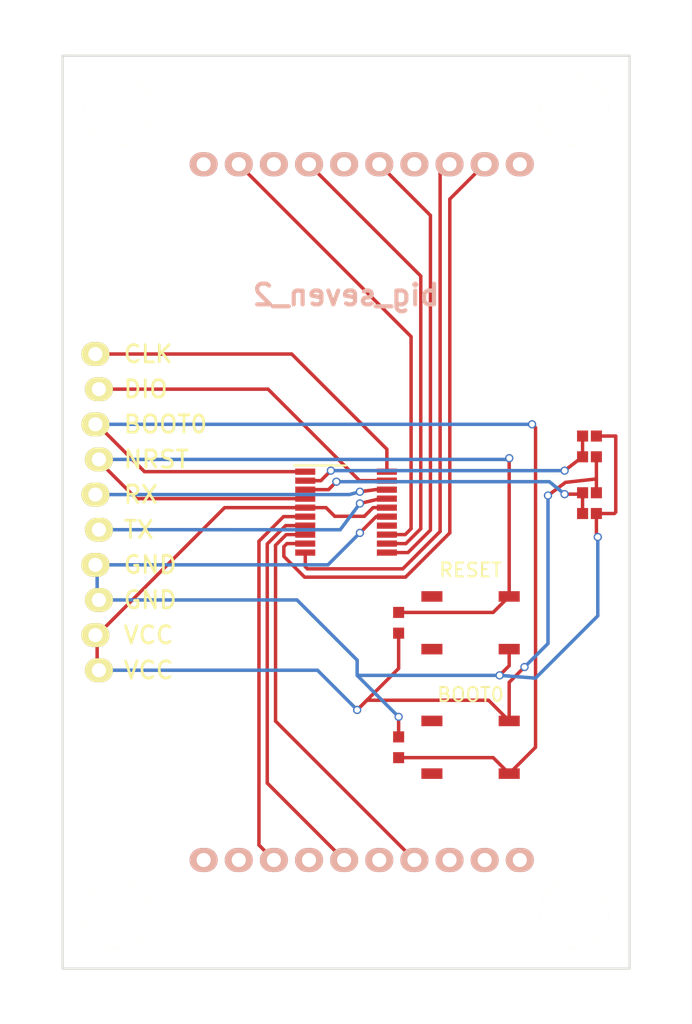
<source format=kicad_pcb>
(kicad_pcb (version 4) (host pcbnew 4.0.7-e2-6376~58~ubuntu16.04.1)

  (general
    (links 0)
    (no_connects 0)
    (area 118.774999 66.774999 169.225001 141.225001)
    (thickness 1.6)
    (drawings 16)
    (tracks 143)
    (zones 0)
    (modules 15)
    (nets 1)
  )

  (page A4)
  (layers
    (0 F.Cu signal)
    (31 B.Cu signal)
    (32 B.Adhes user)
    (33 F.Adhes user)
    (34 B.Paste user)
    (35 F.Paste user)
    (36 B.SilkS user)
    (37 F.SilkS user)
    (38 B.Mask user)
    (39 F.Mask user)
    (40 Dwgs.User user)
    (41 Cmts.User user)
    (42 Eco1.User user)
    (43 Eco2.User user)
    (44 Edge.Cuts user)
    (45 Margin user)
    (46 B.CrtYd user)
    (47 F.CrtYd user)
    (48 B.Fab user)
    (49 F.Fab user)
  )

  (setup
    (last_trace_width 0.25)
    (trace_clearance 0.2)
    (zone_clearance 0.508)
    (zone_45_only no)
    (trace_min 0.2)
    (segment_width 0.2)
    (edge_width 0.15)
    (via_size 0.6)
    (via_drill 0.4)
    (via_min_size 0.4)
    (via_min_drill 0.3)
    (uvia_size 0.3)
    (uvia_drill 0.1)
    (uvias_allowed no)
    (uvia_min_size 0.2)
    (uvia_min_drill 0.1)
    (pcb_text_width 0.3)
    (pcb_text_size 1.5 1.5)
    (mod_edge_width 0.15)
    (mod_text_size 1 1)
    (mod_text_width 0.15)
    (pad_size 1.524 1.524)
    (pad_drill 0.762)
    (pad_to_mask_clearance 0.2)
    (aux_axis_origin 0 0)
    (visible_elements FFFFFF7F)
    (pcbplotparams
      (layerselection 0x00030_80000001)
      (usegerberextensions false)
      (excludeedgelayer true)
      (linewidth 0.150000)
      (plotframeref false)
      (viasonmask false)
      (mode 1)
      (useauxorigin false)
      (hpglpennumber 1)
      (hpglpenspeed 20)
      (hpglpendiameter 15)
      (hpglpenoverlay 2)
      (psnegative false)
      (psa4output false)
      (plotreference true)
      (plotvalue true)
      (plotinvisibletext false)
      (padsonsilk false)
      (subtractmaskfromsilk false)
      (outputformat 1)
      (mirror false)
      (drillshape 1)
      (scaleselection 1)
      (outputdirectory ""))
  )

  (net 0 "")

  (net_class Default "This is the default net class."
    (clearance 0.2)
    (trace_width 0.25)
    (via_dia 0.6)
    (via_drill 0.4)
    (uvia_dia 0.3)
    (uvia_drill 0.1)
  )

  (module my_modules:LCD-S101D14TR (layer B.Cu) (tedit 0) (tstamp 5C7C242C)
    (at 144 104 180)
    (descr LCD)
    (tags "pin header")
    (fp_text reference "" (at 0 2.4 180) (layer B.SilkS)
      (effects (font (size 0.5 0.5) (thickness 0.01)) (justify mirror))
    )
    (fp_text value "" (at 0 3.1 180) (layer B.Fab)
      (effects (font (size 0.5 0.5) (thickness 0.01)) (justify mirror))
    )
    (fp_line (start -16.5 25) (end -16.5 -25) (layer B.CrtYd) (width 0.05))
    (fp_line (start 16.5 25) (end 16.5 -25) (layer B.CrtYd) (width 0.05))
    (fp_line (start -16.5 25) (end 16.5 25) (layer B.CrtYd) (width 0.05))
    (fp_line (start -16.5 -25) (end 16.5 -25) (layer B.CrtYd) (width 0.05))
    (fp_line (start -25 0) (end 25 0) (layer B.CrtYd) (width 0.05))
    (fp_line (start 0 35) (end 0 -35) (layer B.CrtYd) (width 0.05))
    (pad 10 thru_hole oval (at 10.3 -25.15 180) (size 2.032 1.7272) (drill 1.016) (layers *.Cu *.Mask B.SilkS))
    (pad 9 thru_hole oval (at 7.76 -25.15 180) (size 2.032 1.7272) (drill 1.016) (layers *.Cu *.Mask B.SilkS))
    (pad 8 thru_hole oval (at 5.22 -25.15 180) (size 2.032 1.7272) (drill 1.016) (layers *.Cu *.Mask B.SilkS))
    (pad 7 thru_hole oval (at 2.68 -25.15 180) (size 2.032 1.7272) (drill 1.016) (layers *.Cu *.Mask B.SilkS))
    (pad 6 thru_hole oval (at 0.14 -25.15 180) (size 2.032 1.7272) (drill 1.016) (layers *.Cu *.Mask B.SilkS))
    (pad 5 thru_hole oval (at -2.4 -25.15 180) (size 2.032 1.7272) (drill 1.016) (layers *.Cu *.Mask B.SilkS))
    (pad 4 thru_hole oval (at -4.94 -25.15 180) (size 2.032 1.7272) (drill 1.016) (layers *.Cu *.Mask B.SilkS))
    (pad 3 thru_hole oval (at -7.48 -25.15 180) (size 2.032 1.7272) (drill 1.016) (layers *.Cu *.Mask B.SilkS))
    (pad 2 thru_hole oval (at -10.02 -25.15 180) (size 2.032 1.7272) (drill 1.016) (layers *.Cu *.Mask B.SilkS))
    (pad 1 thru_hole oval (at -12.56 -25.15 180) (size 2.032 1.7272) (drill 1.016) (layers *.Cu *.Mask B.SilkS))
    (pad 11 thru_hole oval (at 10.3 25.15 180) (size 2.032 1.7272) (drill 1.016) (layers *.Cu *.Mask B.SilkS))
    (pad 12 thru_hole oval (at 7.76 25.15 180) (size 2.032 1.7272) (drill 1.016) (layers *.Cu *.Mask B.SilkS))
    (pad 13 thru_hole oval (at 5.22 25.15 180) (size 2.032 1.7272) (drill 1.016) (layers *.Cu *.Mask B.SilkS))
    (pad 14 thru_hole oval (at 2.68 25.15 180) (size 2.032 1.7272) (drill 1.016) (layers *.Cu *.Mask B.SilkS))
    (pad 15 thru_hole oval (at 0.14 25.15 180) (size 2.032 1.7272) (drill 1.016) (layers *.Cu *.Mask B.SilkS))
    (pad 16 thru_hole oval (at -2.4 25.15 180) (size 2.032 1.7272) (drill 1.016) (layers *.Cu *.Mask B.SilkS))
    (pad 17 thru_hole oval (at -4.94 25.15 180) (size 2.032 1.7272) (drill 1.016) (layers *.Cu *.Mask B.SilkS))
    (pad 18 thru_hole oval (at -7.48 25.15 180) (size 2.032 1.7272) (drill 1.016) (layers *.Cu *.Mask B.SilkS))
    (pad 19 thru_hole oval (at -10.02 25.15 180) (size 2.032 1.7272) (drill 1.016) (layers *.Cu *.Mask B.SilkS))
    (pad 20 thru_hole oval (at -12.56 25.15 180) (size 2.032 1.7272) (drill 1.016) (layers *.Cu *.Mask B.SilkS))
  )

  (module my_modules:STM32 (layer F.Cu) (tedit 54130A77) (tstamp 5C7C2CB8)
    (at 144 104)
    (descr STM32)
    (tags STM32)
    (attr smd)
    (fp_text reference "" (at 0 -4.3) (layer F.SilkS)
      (effects (font (size 1 1) (thickness 0.15)))
    )
    (fp_text value "" (at -1.5 -3) (layer F.Fab)
      (effects (font (size 0.5 0.5) (thickness 0.01)))
    )
    (fp_text user STM32 (at 0 0 90) (layer F.Fab)
      (effects (font (size 0.8 0.8) (thickness 0.1)))
    )
    (fp_line (start -3.95 -3.55) (end -3.95 3.55) (layer F.CrtYd) (width 0.05))
    (fp_line (start 3.95 -3.55) (end 3.95 3.55) (layer F.CrtYd) (width 0.05))
    (fp_line (start -3.95 -3.55) (end 3.95 -3.55) (layer F.CrtYd) (width 0.05))
    (fp_line (start -3.95 3.55) (end 3.95 3.55) (layer F.CrtYd) (width 0.05))
    (fp_line (start -3.75 -3.375) (end 0 -3.375) (layer F.SilkS) (width 0.15))
    (fp_line (start -2.2 -3.25) (end 2.2 -3.25) (layer F.Fab) (width 0.01))
    (fp_line (start -2.2 3.25) (end 2.2 3.25) (layer F.Fab) (width 0.01))
    (fp_line (start -2.2 -3.25) (end -2.2 3.25) (layer F.Fab) (width 0.01))
    (fp_line (start 2.2 -3.25) (end 2.2 3.25) (layer F.Fab) (width 0.01))
    (fp_line (start -8 0) (end 8 0) (layer F.CrtYd) (width 0.05))
    (fp_line (start 0 -8) (end 0 8) (layer F.CrtYd) (width 0.05))
    (pad BOOT smd rect (at -2.95 -2.925) (size 1.45 0.45) (layers F.Cu F.Paste F.Mask))
    (pad 2 smd rect (at -2.95 -2.275) (size 1.45 0.45) (layers F.Cu F.Paste F.Mask))
    (pad 3 smd rect (at -2.95 -1.625) (size 1.45 0.45) (layers F.Cu F.Paste F.Mask))
    (pad NRST smd rect (at -2.95 -0.975) (size 1.45 0.45) (layers F.Cu F.Paste F.Mask))
    (pad VCC smd rect (at -2.95 -0.325) (size 1.45 0.45) (layers F.Cu F.Paste F.Mask))
    (pad PA0 smd rect (at -2.95 0.325) (size 1.45 0.45) (layers F.Cu F.Paste F.Mask))
    (pad PA1 smd rect (at -2.95 0.975) (size 1.45 0.45) (layers F.Cu F.Paste F.Mask))
    (pad PA2 smd rect (at -2.95 1.625) (size 1.45 0.45) (layers F.Cu F.Paste F.Mask))
    (pad PA3 smd rect (at -2.95 2.275) (size 1.45 0.45) (layers F.Cu F.Paste F.Mask))
    (pad PA4 smd rect (at -2.95 2.925) (size 1.45 0.45) (layers F.Cu F.Paste F.Mask))
    (pad PA5 smd rect (at 2.95 2.925) (size 1.45 0.45) (layers F.Cu F.Paste F.Mask))
    (pad PA6 smd rect (at 2.95 2.275) (size 1.45 0.45) (layers F.Cu F.Paste F.Mask))
    (pad PA7 smd rect (at 2.95 1.625) (size 1.45 0.45) (layers F.Cu F.Paste F.Mask))
    (pad PB1 smd rect (at 2.95 0.975) (size 1.45 0.45) (layers F.Cu F.Paste F.Mask))
    (pad GND smd rect (at 2.95 0.325) (size 1.45 0.45) (layers F.Cu F.Paste F.Mask))
    (pad VCC smd rect (at 2.95 -0.325) (size 1.45 0.45) (layers F.Cu F.Paste F.Mask))
    (pad TX smd rect (at 2.95 -0.975) (size 1.45 0.45) (layers F.Cu F.Paste F.Mask))
    (pad RX smd rect (at 2.95 -1.625) (size 1.45 0.45) (layers F.Cu F.Paste F.Mask))
    (pad DIO smd rect (at 2.95 -2.275) (size 1.45 0.45) (layers F.Cu F.Paste F.Mask))
    (pad CLK smd rect (at 2.95 -2.925) (size 1.45 0.45) (layers F.Cu F.Paste F.Mask))
  )

  (module my_modules:BUTTON4_SMD (layer F.Cu) (tedit 5C7C2D41) (tstamp 5C7C35B9)
    (at 153 121)
    (descr button4_smd)
    (tags "SPST button tactile switch")
    (fp_text reference BOOT0 (at 0 -3.81) (layer F.SilkS)
      (effects (font (size 1 1) (thickness 0.15)))
    )
    (fp_text value "" (at 0 3.81) (layer F.Fab)
      (effects (font (size 1 1) (thickness 0.15)))
    )
    (fp_line (start -1.54 -2.54) (end -2.54 -1.54) (layer F.Fab) (width 0.2032))
    (fp_line (start -2.54 -1.24) (end -2.54 1.27) (layer F.Fab) (width 0.2032))
    (fp_line (start -2.54 1.54) (end -1.54 2.54) (layer F.Fab) (width 0.2032))
    (fp_line (start -1.54 2.54) (end 1.54 2.54) (layer F.Fab) (width 0.2032))
    (fp_line (start 1.54 2.54) (end 2.54 1.54) (layer F.Fab) (width 0.2032))
    (fp_line (start 2.54 1.24) (end 2.54 -1.24) (layer F.Fab) (width 0.2032))
    (fp_line (start 2.54 -1.54) (end 1.54 -2.54) (layer F.Fab) (width 0.2032))
    (fp_line (start 1.54 -2.54) (end -1.54 -2.54) (layer F.Fab) (width 0.2032))
    (fp_line (start 1.905 1.27) (end 1.905 0.445) (layer F.Fab) (width 0.127))
    (fp_line (start 1.905 0.445) (end 2.16 -0.01) (layer F.Fab) (width 0.127))
    (fp_line (start 1.905 -0.23) (end 1.905 -1.115) (layer F.Fab) (width 0.127))
    (fp_circle (center 0 0) (end 0 1.27) (layer F.Fab) (width 0.2032))
    (pad 1 smd rect (at -2.794 1.905) (size 1.524 0.762) (layers F.Cu F.Paste F.Mask))
    (pad 2 smd rect (at 2.794 1.905) (size 1.524 0.762) (layers F.Cu F.Paste F.Mask))
    (pad 3 smd rect (at -2.794 -1.905) (size 1.524 0.762) (layers F.Cu F.Paste F.Mask))
    (pad 4 smd rect (at 2.794 -1.905) (size 1.524 0.762) (layers F.Cu F.Paste F.Mask))
  )

  (module my_modules:BUTTON4_SMD (layer F.Cu) (tedit 5C7C2D34) (tstamp 5C7C39E0)
    (at 153 112)
    (descr button4_smd)
    (tags "SPST button tactile switch")
    (fp_text reference RESET (at 0 -3.81) (layer F.SilkS)
      (effects (font (size 1 1) (thickness 0.15)))
    )
    (fp_text value "" (at 0 3.81) (layer F.Fab)
      (effects (font (size 1 1) (thickness 0.15)))
    )
    (fp_line (start -1.54 -2.54) (end -2.54 -1.54) (layer F.Fab) (width 0.2032))
    (fp_line (start -2.54 -1.24) (end -2.54 1.27) (layer F.Fab) (width 0.2032))
    (fp_line (start -2.54 1.54) (end -1.54 2.54) (layer F.Fab) (width 0.2032))
    (fp_line (start -1.54 2.54) (end 1.54 2.54) (layer F.Fab) (width 0.2032))
    (fp_line (start 1.54 2.54) (end 2.54 1.54) (layer F.Fab) (width 0.2032))
    (fp_line (start 2.54 1.24) (end 2.54 -1.24) (layer F.Fab) (width 0.2032))
    (fp_line (start 2.54 -1.54) (end 1.54 -2.54) (layer F.Fab) (width 0.2032))
    (fp_line (start 1.54 -2.54) (end -1.54 -2.54) (layer F.Fab) (width 0.2032))
    (fp_line (start 1.905 1.27) (end 1.905 0.445) (layer F.Fab) (width 0.127))
    (fp_line (start 1.905 0.445) (end 2.16 -0.01) (layer F.Fab) (width 0.127))
    (fp_line (start 1.905 -0.23) (end 1.905 -1.115) (layer F.Fab) (width 0.127))
    (fp_circle (center 0 0) (end 0 1.27) (layer F.Fab) (width 0.2032))
    (pad 1 smd rect (at -2.794 1.905) (size 1.524 0.762) (layers F.Cu F.Paste F.Mask))
    (pad 2 smd rect (at 2.794 1.905) (size 1.524 0.762) (layers F.Cu F.Paste F.Mask))
    (pad 3 smd rect (at -2.794 -1.905) (size 1.524 0.762) (layers F.Cu F.Paste F.Mask))
    (pad 4 smd rect (at 2.794 -1.905) (size 1.524 0.762) (layers F.Cu F.Paste F.Mask))
  )

  (module my_modules:R_0603 (layer F.Cu) (tedit 5415CC62) (tstamp 5C7C3E66)
    (at 147.8 112 90)
    (descr R0603)
    (tags "resistor capacitor led 0603")
    (attr smd)
    (fp_text reference "" (at 0 0 90) (layer F.SilkS)
      (effects (font (size 0.5 0.5) (thickness 0.1)))
    )
    (fp_text value R (at 0 0 90) (layer F.Fab)
      (effects (font (size 0.5 0.5) (thickness 0.01)))
    )
    (fp_line (start -1.2 -0.45) (end 1.2 -0.45) (layer F.CrtYd) (width 0.01))
    (fp_line (start -1.2 0.45) (end 1.2 0.45) (layer F.CrtYd) (width 0.01))
    (fp_line (start -1.2 -0.45) (end -1.2 0.45) (layer F.CrtYd) (width 0.01))
    (fp_line (start 1.2 -0.45) (end 1.2 0.45) (layer F.CrtYd) (width 0.01))
    (pad 1 smd rect (at -0.75 0 90) (size 0.8 0.8) (layers F.Cu F.Paste F.Mask))
    (pad 2 smd rect (at 0.75 0 90) (size 0.8 0.8) (layers F.Cu F.Paste F.Mask))
  )

  (module my_modules:R_0603 (layer F.Cu) (tedit 5415CC62) (tstamp 5C7C3E79)
    (at 147.8 121 90)
    (descr R0603)
    (tags "resistor capacitor led 0603")
    (attr smd)
    (fp_text reference "" (at 0 0 90) (layer F.SilkS)
      (effects (font (size 0.5 0.5) (thickness 0.1)))
    )
    (fp_text value R (at 0 0 90) (layer F.Fab)
      (effects (font (size 0.5 0.5) (thickness 0.01)))
    )
    (fp_line (start -1.2 -0.45) (end 1.2 -0.45) (layer F.CrtYd) (width 0.01))
    (fp_line (start -1.2 0.45) (end 1.2 0.45) (layer F.CrtYd) (width 0.01))
    (fp_line (start -1.2 -0.45) (end -1.2 0.45) (layer F.CrtYd) (width 0.01))
    (fp_line (start 1.2 -0.45) (end 1.2 0.45) (layer F.CrtYd) (width 0.01))
    (pad 1 smd rect (at -0.75 0 90) (size 0.8 0.8) (layers F.Cu F.Paste F.Mask))
    (pad 2 smd rect (at 0.75 0 90) (size 0.8 0.8) (layers F.Cu F.Paste F.Mask))
  )

  (module my_modules:Hole0 (layer F.Cu) (tedit 0) (tstamp 5C7C4728)
    (at 160.5 133)
    (descr hole0)
    (tags hole)
    (fp_text reference "" (at 0 0) (layer F.SilkS)
      (effects (font (size 0.5 0.5) (thickness 0.01)))
    )
    (fp_text value "" (at 0 0) (layer F.Fab)
      (effects (font (size 0.5 0.5) (thickness 0.01)))
    )
    (fp_line (start -8 0) (end 8 0) (layer F.CrtYd) (width 0.05))
    (fp_line (start 0 -8) (end 0 8) (layer F.CrtYd) (width 0.05))
    (fp_line (start -3 -3) (end -3 3) (layer F.CrtYd) (width 0.05))
    (fp_line (start 3 -3) (end 3 3) (layer F.CrtYd) (width 0.05))
    (fp_line (start -3 -3) (end 3 -3) (layer F.CrtYd) (width 0.05))
    (fp_line (start -3 3) (end 3 3) (layer F.CrtYd) (width 0.05))
    (fp_line (start -4 -4) (end -4 4) (layer F.CrtYd) (width 0.05))
    (fp_line (start 4 -4) (end 4 4) (layer F.CrtYd) (width 0.05))
    (fp_line (start -4 -4) (end 4 -4) (layer F.CrtYd) (width 0.05))
    (fp_line (start -4 4) (end 4 4) (layer F.CrtYd) (width 0.05))
    (pad "" np_thru_hole circle (at 0 0) (size 5 5) (drill 5) (layers *.Cu *.Mask F.SilkS))
  )

  (module my_modules:Hole0 (layer F.Cu) (tedit 0) (tstamp 5C7C4745)
    (at 127.5 133)
    (descr hole0)
    (tags hole)
    (fp_text reference "" (at 0 0) (layer F.SilkS)
      (effects (font (size 0.5 0.5) (thickness 0.01)))
    )
    (fp_text value "" (at 0 0) (layer F.Fab)
      (effects (font (size 0.5 0.5) (thickness 0.01)))
    )
    (fp_line (start -8 0) (end 8 0) (layer F.CrtYd) (width 0.05))
    (fp_line (start 0 -8) (end 0 8) (layer F.CrtYd) (width 0.05))
    (fp_line (start -3 -3) (end -3 3) (layer F.CrtYd) (width 0.05))
    (fp_line (start 3 -3) (end 3 3) (layer F.CrtYd) (width 0.05))
    (fp_line (start -3 -3) (end 3 -3) (layer F.CrtYd) (width 0.05))
    (fp_line (start -3 3) (end 3 3) (layer F.CrtYd) (width 0.05))
    (fp_line (start -4 -4) (end -4 4) (layer F.CrtYd) (width 0.05))
    (fp_line (start 4 -4) (end 4 4) (layer F.CrtYd) (width 0.05))
    (fp_line (start -4 -4) (end 4 -4) (layer F.CrtYd) (width 0.05))
    (fp_line (start -4 4) (end 4 4) (layer F.CrtYd) (width 0.05))
    (pad "" np_thru_hole circle (at 0 0) (size 5 5) (drill 5) (layers *.Cu *.Mask F.SilkS))
  )

  (module my_modules:Hole0 (layer F.Cu) (tedit 0) (tstamp 5C7C4762)
    (at 160.5 75)
    (descr hole0)
    (tags hole)
    (fp_text reference "" (at 0 0) (layer F.SilkS)
      (effects (font (size 0.5 0.5) (thickness 0.01)))
    )
    (fp_text value "" (at 0 0) (layer F.Fab)
      (effects (font (size 0.5 0.5) (thickness 0.01)))
    )
    (fp_line (start -8 0) (end 8 0) (layer F.CrtYd) (width 0.05))
    (fp_line (start 0 -8) (end 0 8) (layer F.CrtYd) (width 0.05))
    (fp_line (start -3 -3) (end -3 3) (layer F.CrtYd) (width 0.05))
    (fp_line (start 3 -3) (end 3 3) (layer F.CrtYd) (width 0.05))
    (fp_line (start -3 -3) (end 3 -3) (layer F.CrtYd) (width 0.05))
    (fp_line (start -3 3) (end 3 3) (layer F.CrtYd) (width 0.05))
    (fp_line (start -4 -4) (end -4 4) (layer F.CrtYd) (width 0.05))
    (fp_line (start 4 -4) (end 4 4) (layer F.CrtYd) (width 0.05))
    (fp_line (start -4 -4) (end 4 -4) (layer F.CrtYd) (width 0.05))
    (fp_line (start -4 4) (end 4 4) (layer F.CrtYd) (width 0.05))
    (pad "" np_thru_hole circle (at 0 0) (size 5 5) (drill 5) (layers *.Cu *.Mask F.SilkS))
  )

  (module my_modules:Hole0 (layer F.Cu) (tedit 0) (tstamp 5C7C477F)
    (at 127.5 75)
    (descr hole0)
    (tags hole)
    (fp_text reference "" (at 0 0) (layer F.SilkS)
      (effects (font (size 0.5 0.5) (thickness 0.01)))
    )
    (fp_text value "" (at 0 0) (layer F.Fab)
      (effects (font (size 0.5 0.5) (thickness 0.01)))
    )
    (fp_line (start -8 0) (end 8 0) (layer F.CrtYd) (width 0.05))
    (fp_line (start 0 -8) (end 0 8) (layer F.CrtYd) (width 0.05))
    (fp_line (start -3 -3) (end -3 3) (layer F.CrtYd) (width 0.05))
    (fp_line (start 3 -3) (end 3 3) (layer F.CrtYd) (width 0.05))
    (fp_line (start -3 -3) (end 3 -3) (layer F.CrtYd) (width 0.05))
    (fp_line (start -3 3) (end 3 3) (layer F.CrtYd) (width 0.05))
    (fp_line (start -4 -4) (end -4 4) (layer F.CrtYd) (width 0.05))
    (fp_line (start 4 -4) (end 4 4) (layer F.CrtYd) (width 0.05))
    (fp_line (start -4 -4) (end 4 -4) (layer F.CrtYd) (width 0.05))
    (fp_line (start -4 4) (end 4 4) (layer F.CrtYd) (width 0.05))
    (pad "" np_thru_hole circle (at 0 0) (size 5 5) (drill 5) (layers *.Cu *.Mask F.SilkS))
  )

  (module my_modules:SBRIDGE (layer F.Cu) (tedit 5415CC62) (tstamp 5C7C38BA)
    (at 161.6 100)
    (descr SBRIDGE)
    (tags "resistor capacitor led 0603")
    (attr smd)
    (fp_text reference "" (at 0 0) (layer F.SilkS)
      (effects (font (size 0.5 0.5) (thickness 0.1)))
    )
    (fp_text value "" (at 0 0) (layer F.Fab)
      (effects (font (size 0.5 0.5) (thickness 0.01)))
    )
    (pad 1 smd rect (at -0.5 0) (size 0.8 0.8) (layers F.Cu F.Paste F.Mask))
    (pad 2 smd rect (at 0.5 0) (size 0.8 0.8) (layers F.Cu F.Paste F.Mask))
  )

  (module my_modules:SBRIDGE (layer F.Cu) (tedit 5415CC62) (tstamp 5C7C38C5)
    (at 161.6 102.6)
    (descr SBRIDGE)
    (tags "resistor capacitor led 0603")
    (attr smd)
    (fp_text reference "" (at 0 0) (layer F.SilkS)
      (effects (font (size 0.5 0.5) (thickness 0.1)))
    )
    (fp_text value "" (at 0 0) (layer F.Fab)
      (effects (font (size 0.5 0.5) (thickness 0.01)))
    )
    (pad 1 smd rect (at -0.5 0) (size 0.8 0.8) (layers F.Cu F.Paste F.Mask))
    (pad 2 smd rect (at 0.5 0) (size 0.8 0.8) (layers F.Cu F.Paste F.Mask))
  )

  (module my_modules:SBRIDGE (layer F.Cu) (tedit 5415CC62) (tstamp 5C7C38D0)
    (at 161.6 104.1)
    (descr SBRIDGE)
    (tags "resistor capacitor led 0603")
    (attr smd)
    (fp_text reference "" (at 0 0) (layer F.SilkS)
      (effects (font (size 0.5 0.5) (thickness 0.1)))
    )
    (fp_text value "" (at 0 0) (layer F.Fab)
      (effects (font (size 0.5 0.5) (thickness 0.01)))
    )
    (pad 1 smd rect (at -0.5 0) (size 0.8 0.8) (layers F.Cu F.Paste F.Mask))
    (pad 2 smd rect (at 0.5 0) (size 0.8 0.8) (layers F.Cu F.Paste F.Mask))
  )

  (module my_modules:SBRIDGE (layer F.Cu) (tedit 5415CC62) (tstamp 5C7C38DB)
    (at 161.6 98.5)
    (descr SBRIDGE)
    (tags "resistor capacitor led 0603")
    (attr smd)
    (fp_text reference "" (at 0 0) (layer F.SilkS)
      (effects (font (size 0.5 0.5) (thickness 0.1)))
    )
    (fp_text value "" (at 0 0) (layer F.Fab)
      (effects (font (size 0.5 0.5) (thickness 0.01)))
    )
    (pad 1 smd rect (at -0.5 0) (size 0.8 0.8) (layers F.Cu F.Paste F.Mask))
    (pad 2 smd rect (at 0.5 0) (size 0.8 0.8) (layers F.Cu F.Paste F.Mask))
  )

  (module my_modules:header1x10wiggle (layer F.Cu) (tedit 0) (tstamp 5C7C3B9D)
    (at 126 104)
    (descr "Through hole pin header")
    (tags "pin header")
    (fp_text reference "" (at 0 -2.4) (layer F.SilkS)
      (effects (font (size 0.5 0.5) (thickness 0.01)))
    )
    (fp_text value "" (at 0 -3.1) (layer F.Fab)
      (effects (font (size 0.5 0.5) (thickness 0.01)))
    )
    (fp_line (start -1.75 -13.18) (end -1.75 13.18) (layer F.CrtYd) (width 0.05))
    (fp_line (start 1.75 -13.18) (end 1.75 13.18) (layer F.CrtYd) (width 0.05))
    (fp_line (start -1.75 -13.18) (end 1.75 -13.18) (layer F.CrtYd) (width 0.05))
    (fp_line (start -1.75 13.18) (end 1.75 13.18) (layer F.CrtYd) (width 0.05))
    (fp_line (start -6 -11.43) (end 6 -11.43) (layer F.CrtYd) (width 0.01))
    (fp_line (start -6 0) (end 6 0) (layer F.CrtYd) (width 0.01))
    (fp_line (start -6 11.43) (end 6 11.43) (layer F.CrtYd) (width 0.01))
    (pad 2 thru_hole oval (at -0.127 -11.43) (size 2.032 1.7272) (drill 1.016) (layers *.Cu *.Mask F.SilkS))
    (pad 3 thru_hole oval (at 0.127 -8.89) (size 2.032 1.7272) (drill 1.016) (layers *.Cu *.Mask F.SilkS))
    (pad 4 thru_hole oval (at -0.127 -6.35) (size 2.032 1.7272) (drill 1.016) (layers *.Cu *.Mask F.SilkS))
    (pad 5 thru_hole oval (at 0.127 -3.81) (size 2.032 1.7272) (drill 1.016) (layers *.Cu *.Mask F.SilkS))
    (pad 6 thru_hole oval (at -0.127 -1.27) (size 2.032 1.7272) (drill 1.016) (layers *.Cu *.Mask F.SilkS))
    (pad 7 thru_hole oval (at 0.127 1.27) (size 2.032 1.7272) (drill 1.016) (layers *.Cu *.Mask F.SilkS))
    (pad 8 thru_hole oval (at -0.127 3.81) (size 2.032 1.7272) (drill 1.016) (layers *.Cu *.Mask F.SilkS))
    (pad 9 thru_hole oval (at 0.127 6.35) (size 2.032 1.7272) (drill 1.016) (layers *.Cu *.Mask F.SilkS))
    (pad 10 thru_hole oval (at -0.127 8.89) (size 2.032 1.7272) (drill 1.016) (layers *.Cu *.Mask F.SilkS))
    (pad 11 thru_hole oval (at 0.127 11.43) (size 2.032 1.7272) (drill 1.016) (layers *.Cu *.Mask F.SilkS))
  )

  (gr_text big_seven_2 (at 144 88.3) (layer B.SilkS)
    (effects (font (size 1.5 1.5) (thickness 0.3)) (justify mirror))
  )
  (gr_line (start 164.5 71) (end 164.5 72) (angle 90) (layer Edge.Cuts) (width 0.15))
  (gr_line (start 123.5 71) (end 164.5 71) (angle 90) (layer Edge.Cuts) (width 0.15))
  (gr_line (start 123.5 137) (end 123.5 71) (angle 90) (layer Edge.Cuts) (width 0.15))
  (gr_line (start 164.5 137) (end 123.5 137) (angle 90) (layer Edge.Cuts) (width 0.15))
  (gr_line (start 164.5 72) (end 164.5 137) (angle 90) (layer Edge.Cuts) (width 0.15))
  (gr_text VCC (at 127.8 115.43) (layer F.SilkS)
    (effects (font (size 1.25 1.25) (thickness 0.2)) (justify left))
  )
  (gr_text VCC (at 127.8 112.89) (layer F.SilkS)
    (effects (font (size 1.25 1.25) (thickness 0.2)) (justify left))
  )
  (gr_text GND (at 127.8 110.35) (layer F.SilkS)
    (effects (font (size 1.25 1.25) (thickness 0.2)) (justify left))
  )
  (gr_text GND (at 127.8 107.81) (layer F.SilkS)
    (effects (font (size 1.25 1.25) (thickness 0.2)) (justify left))
  )
  (gr_text TX (at 127.8 105.27) (layer F.SilkS)
    (effects (font (size 1.25 1.25) (thickness 0.2)) (justify left))
  )
  (gr_text RX (at 127.8 102.73) (layer F.SilkS)
    (effects (font (size 1.25 1.25) (thickness 0.2)) (justify left))
  )
  (gr_text NRST (at 127.8 100.19) (layer F.SilkS)
    (effects (font (size 1.25 1.25) (thickness 0.2)) (justify left))
  )
  (gr_text BOOT0 (at 127.8 97.65) (layer F.SilkS)
    (effects (font (size 1.25 1.25) (thickness 0.2)) (justify left))
  )
  (gr_text DIO (at 127.8 95.11) (layer F.SilkS)
    (effects (font (size 1.25 1.25) (thickness 0.2)) (justify left))
  )
  (gr_text CLK (at 127.8 92.57) (layer F.SilkS)
    (effects (font (size 1.25 1.25) (thickness 0.2)) (justify left))
  )

  (segment (start 161.1 98.5) (end 161.1 100) (width 0.25) (layer F.Cu) (net 0) (status C00000))
  (segment (start 146.95 103.675) (end 145.95 103.675) (width 0.25) (layer F.Cu) (net 0) (status 400000))
  (segment (start 142.55 103.675) (end 141.05 103.675) (width 0.25) (layer F.Cu) (net 0) (tstamp 5C8C5879) (status 800000))
  (segment (start 143.175 104.3) (end 142.55 103.675) (width 0.25) (layer F.Cu) (net 0) (tstamp 5C8C5877))
  (segment (start 145.325 104.3) (end 143.175 104.3) (width 0.25) (layer F.Cu) (net 0) (tstamp 5C8C5873))
  (segment (start 145.95 103.675) (end 145.325 104.3) (width 0.25) (layer F.Cu) (net 0) (tstamp 5C8C586F))
  (segment (start 162.1 98.5) (end 163.5 98.5) (width 0.25) (layer F.Cu) (net 0))
  (segment (start 163.4 104.1) (end 162.1 104.1) (width 0.25) (layer F.Cu) (net 0) (tstamp 5C7C3932))
  (segment (start 163.5 104) (end 163.4 104.1) (width 0.25) (layer F.Cu) (net 0) (tstamp 5C7C3931))
  (segment (start 163.5 98.5) (end 163.5 104) (width 0.25) (layer F.Cu) (net 0) (tstamp 5C7C3930))
  (segment (start 155.1 115.8) (end 157.7 116) (width 0.25) (layer B.Cu) (net 0))
  (segment (start 162.1 105.7) (end 162.1 104.1) (width 0.25) (layer F.Cu) (net 0) (tstamp 5C7C3929))
  (segment (start 162.2 105.8) (end 162.1 105.7) (width 0.25) (layer F.Cu) (net 0) (tstamp 5C7C3928))
  (via (at 162.2 105.8) (size 0.6) (drill 0.4) (layers F.Cu B.Cu) (net 0))
  (segment (start 162.2 111.5) (end 162.2 105.8) (width 0.25) (layer B.Cu) (net 0) (tstamp 5C7C3925))
  (segment (start 157.7 116) (end 162.2 111.5) (width 0.25) (layer B.Cu) (net 0) (tstamp 5C7C3923))
  (segment (start 162.1 101.6) (end 162.1 102.6) (width 0.25) (layer F.Cu) (net 0))
  (segment (start 162.1 100) (end 162.1 101.6) (width 0.25) (layer F.Cu) (net 0))
  (segment (start 155.794 116.306) (end 156.9 115.2) (width 0.25) (layer F.Cu) (net 0) (tstamp 5C7C38EA))
  (via (at 156.9 115.2) (size 0.6) (drill 0.4) (layers F.Cu B.Cu) (net 0))
  (segment (start 156.9 115.2) (end 158.6 113.5) (width 0.25) (layer B.Cu) (net 0) (tstamp 5C7C38ED))
  (segment (start 158.6 113.5) (end 158.6 102.8) (width 0.25) (layer B.Cu) (net 0) (tstamp 5C7C38EE))
  (via (at 158.6 102.8) (size 0.6) (drill 0.4) (layers F.Cu B.Cu) (net 0))
  (segment (start 158.6 102.8) (end 159.862384 101.850015) (width 0.25) (layer F.Cu) (net 0) (tstamp 5C7C38F1))
  (segment (start 159.862384 101.850015) (end 162.1 101.6) (width 0.25) (layer F.Cu) (net 0) (tstamp 5C7C38F2))
  (segment (start 155.794 116.306) (end 155.794 119.095) (width 0.25) (layer F.Cu) (net 0))
  (segment (start 161.1 100) (end 159.8 101) (width 0.25) (layer F.Cu) (net 0) (tstamp 5C7C38E2))
  (segment (start 142.175 101.725) (end 142.9 101) (width 0.25) (layer F.Cu) (net 0) (tstamp 5C7C479D))
  (via (at 142.9 101) (size 0.6) (drill 0.4) (layers F.Cu B.Cu) (net 0))
  (segment (start 142.9 101) (end 159.8 101) (width 0.25) (layer B.Cu) (net 0) (tstamp 5C7C479F))
  (via (at 159.8 101) (size 0.6) (drill 0.4) (layers F.Cu B.Cu) (net 0))
  (segment (start 141.05 101.725) (end 142.175 101.725) (width 0.25) (layer F.Cu) (net 0))
  (segment (start 161.1 104.1) (end 161.1 102.6) (width 0.25) (layer F.Cu) (net 0))
  (segment (start 161.1 102.6) (end 160.8 102.7) (width 0.25) (layer F.Cu) (net 0) (tstamp 5C7C38E5))
  (segment (start 160.8 102.7) (end 159.8 102.7) (width 0.25) (layer F.Cu) (net 0) (tstamp 5C7C38E6))
  (segment (start 141.05 102.375) (end 142.725 102.375) (width 0.25) (layer F.Cu) (net 0))
  (via (at 159.8 102.7) (size 0.6) (drill 0.4) (layers F.Cu B.Cu) (net 0))
  (segment (start 158.7 101.8) (end 159.8 102.7) (width 0.25) (layer B.Cu) (net 0) (tstamp 5C7C47A7))
  (segment (start 143.3 101.8) (end 158.7 101.8) (width 0.25) (layer B.Cu) (net 0) (tstamp 5C7C47A6))
  (via (at 143.3 101.8) (size 0.6) (drill 0.4) (layers F.Cu B.Cu) (net 0))
  (segment (start 142.725 102.375) (end 143.3 101.8) (width 0.25) (layer F.Cu) (net 0) (tstamp 5C7C47A4))
  (segment (start 144.8 114.7) (end 144.8 115.8) (width 0.25) (layer B.Cu) (net 0))
  (segment (start 144.8 115.8) (end 155.1 115.8) (width 0.25) (layer B.Cu) (net 0) (tstamp 5C7C3ECC))
  (segment (start 155.794 115.106) (end 155.794 113.905) (width 0.25) (layer F.Cu) (net 0) (tstamp 5C7C3ED0))
  (segment (start 155.1 115.8) (end 155.794 115.106) (width 0.25) (layer F.Cu) (net 0) (tstamp 5C7C3ECF))
  (via (at 155.1 115.8) (size 0.6) (drill 0.4) (layers F.Cu B.Cu) (net 0))
  (segment (start 140.45 110.35) (end 144.8 114.7) (width 0.25) (layer B.Cu) (net 0) (tstamp 5C7C3E9B))
  (segment (start 126 110.35) (end 140.45 110.35) (width 0.25) (layer B.Cu) (net 0))
  (segment (start 147.8 118.8) (end 147.8 120.25) (width 0.25) (layer F.Cu) (net 0) (tstamp 5C7C3EC4))
  (via (at 147.8 118.8) (size 0.6) (drill 0.4) (layers F.Cu B.Cu) (net 0))
  (segment (start 144.8 115.8) (end 147.8 118.8) (width 0.25) (layer B.Cu) (net 0) (tstamp 5C7C3EC1))
  (segment (start 147.8 112.75) (end 147.8 115.3) (width 0.25) (layer F.Cu) (net 0))
  (segment (start 147.8 115.3) (end 144.8 118.3) (width 0.25) (layer F.Cu) (net 0) (tstamp 5C7C3EB0))
  (segment (start 144.8 118.3) (end 145.5 117.6) (width 0.25) (layer F.Cu) (net 0))
  (segment (start 126 115.43) (end 141.93 115.43) (width 0.25) (layer B.Cu) (net 0))
  (via (at 144.8 118.3) (size 0.6) (drill 0.4) (layers F.Cu B.Cu) (net 0))
  (segment (start 141.93 115.43) (end 144.8 118.3) (width 0.25) (layer B.Cu) (net 0) (tstamp 5C7C3E95))
  (segment (start 154.299 117.6) (end 155.794 119.095) (width 0.25) (layer F.Cu) (net 0) (tstamp 5C7C3EAA))
  (segment (start 145.5 117.6) (end 154.299 117.6) (width 0.25) (layer F.Cu) (net 0) (tstamp 5C7C3EA9))
  (segment (start 157.5 97.7) (end 157.45 97.65) (width 0.25) (layer B.Cu) (net 0))
  (segment (start 157.45 97.65) (end 157.5 97.7) (width 0.25) (layer B.Cu) (net 0) (tstamp 5C7C3E8B))
  (via (at 157.45 97.65) (size 0.6) (drill 0.4) (layers F.Cu B.Cu) (net 0))
  (segment (start 157.45 97.65) (end 157.7 97.9) (width 0.25) (layer F.Cu) (net 0) (tstamp 5C7C3E90))
  (segment (start 157.7 97.9) (end 157.7 120.999) (width 0.25) (layer F.Cu) (net 0) (tstamp 5C7C3E91))
  (segment (start 157.7 120.999) (end 155.794 122.905) (width 0.25) (layer F.Cu) (net 0) (tstamp 5C7C3E92))
  (segment (start 126 97.65) (end 157.45 97.65) (width 0.25) (layer B.Cu) (net 0))
  (segment (start 147.8 121.75) (end 154.639 121.75) (width 0.25) (layer F.Cu) (net 0))
  (segment (start 154.639 121.75) (end 155.794 122.905) (width 0.25) (layer F.Cu) (net 0) (tstamp 5C7C3E87))
  (segment (start 147.8 111.25) (end 154.639 111.25) (width 0.25) (layer F.Cu) (net 0))
  (segment (start 154.639 111.25) (end 155.794 110.095) (width 0.25) (layer F.Cu) (net 0) (tstamp 5C7C3E83))
  (segment (start 126 100.19) (end 155.71 100.19) (width 0.25) (layer B.Cu) (net 0))
  (segment (start 155.794 100.106) (end 155.794 110.095) (width 0.25) (layer F.Cu) (net 0) (tstamp 5C7C39FA))
  (segment (start 155.8 100.1) (end 155.794 100.106) (width 0.25) (layer F.Cu) (net 0) (tstamp 5C7C39F9))
  (via (at 155.8 100.1) (size 0.6) (drill 0.4) (layers F.Cu B.Cu) (net 0))
  (segment (start 155.71 100.19) (end 155.8 100.1) (width 0.25) (layer B.Cu) (net 0) (tstamp 5C7C39F7))
  (segment (start 141.05 104.325) (end 139.475 104.325) (width 0.25) (layer F.Cu) (net 0))
  (segment (start 137.7 128.07) (end 138.78 129.15) (width 0.25) (layer F.Cu) (net 0) (tstamp 5C7C37E0))
  (segment (start 137.7 106.1) (end 137.7 128.07) (width 0.25) (layer F.Cu) (net 0) (tstamp 5C7C37DE))
  (segment (start 139.475 104.325) (end 137.7 106.1) (width 0.25) (layer F.Cu) (net 0) (tstamp 5C7C37DC))
  (segment (start 141.05 104.975) (end 139.625 104.975) (width 0.25) (layer F.Cu) (net 0))
  (segment (start 138.3 123.59) (end 143.86 129.15) (width 0.25) (layer F.Cu) (net 0) (tstamp 5C7C37D6))
  (segment (start 138.3 106.3) (end 138.3 123.59) (width 0.25) (layer F.Cu) (net 0) (tstamp 5C7C37D4))
  (segment (start 139.625 104.975) (end 138.3 106.3) (width 0.25) (layer F.Cu) (net 0) (tstamp 5C7C37D2))
  (segment (start 141.05 105.625) (end 139.675 105.625) (width 0.25) (layer F.Cu) (net 0))
  (segment (start 138.9 119.11) (end 148.94 129.15) (width 0.25) (layer F.Cu) (net 0) (tstamp 5C7C37CF))
  (segment (start 138.9 106.4) (end 138.9 119.11) (width 0.25) (layer F.Cu) (net 0) (tstamp 5C7C37CE))
  (segment (start 139.675 105.625) (end 138.9 106.4) (width 0.25) (layer F.Cu) (net 0) (tstamp 5C7C37CC))
  (segment (start 141.05 106.275) (end 139.725 106.275) (width 0.25) (layer F.Cu) (net 0))
  (segment (start 151.5 81.37) (end 154.02 78.85) (width 0.25) (layer F.Cu) (net 0) (tstamp 5C7C37A3))
  (segment (start 151.5 105.5) (end 151.5 81.37) (width 0.25) (layer F.Cu) (net 0) (tstamp 5C7C37A1))
  (segment (start 148.3 108.7) (end 151.5 105.5) (width 0.25) (layer F.Cu) (net 0) (tstamp 5C7C379F))
  (segment (start 141 108.7) (end 148.3 108.7) (width 0.25) (layer F.Cu) (net 0) (tstamp 5C7C379D))
  (segment (start 139.5 107.2) (end 141 108.7) (width 0.25) (layer F.Cu) (net 0) (tstamp 5C7C379C))
  (segment (start 139.5 106.5) (end 139.5 107.2) (width 0.25) (layer F.Cu) (net 0) (tstamp 5C7C379B))
  (segment (start 139.725 106.275) (end 139.5 106.5) (width 0.25) (layer F.Cu) (net 0) (tstamp 5C7C3799))
  (segment (start 141.05 106.925) (end 141.05 107.95) (width 0.25) (layer F.Cu) (net 0))
  (segment (start 150.8 105.4) (end 150.8 79.53) (width 0.25) (layer F.Cu) (net 0) (tstamp 5C7C3795))
  (segment (start 148.1 108.1) (end 150.8 105.4) (width 0.25) (layer F.Cu) (net 0) (tstamp 5C7C3793))
  (segment (start 141.2 108.1) (end 148.1 108.1) (width 0.25) (layer F.Cu) (net 0) (tstamp 5C7C3792))
  (segment (start 141.05 107.95) (end 141.2 108.1) (width 0.25) (layer F.Cu) (net 0) (tstamp 5C7C3790))
  (segment (start 150.8 79.53) (end 151.48 78.85) (width 0.25) (layer F.Cu) (net 0) (tstamp 5C7C3797))
  (segment (start 146.95 106.925) (end 148.475 106.925) (width 0.25) (layer F.Cu) (net 0))
  (segment (start 150.1 82.55) (end 146.4 78.85) (width 0.25) (layer F.Cu) (net 0) (tstamp 5C7C378D))
  (segment (start 150.1 105.3) (end 150.1 82.55) (width 0.25) (layer F.Cu) (net 0) (tstamp 5C7C378B))
  (segment (start 148.475 106.925) (end 150.1 105.3) (width 0.25) (layer F.Cu) (net 0) (tstamp 5C7C3789))
  (segment (start 146.95 106.275) (end 148.325 106.275) (width 0.25) (layer F.Cu) (net 0))
  (segment (start 149.4 86.93) (end 141.32 78.85) (width 0.25) (layer F.Cu) (net 0) (tstamp 5C7C3786))
  (segment (start 149.4 105.2) (end 149.4 86.93) (width 0.25) (layer F.Cu) (net 0) (tstamp 5C7C3784))
  (segment (start 148.325 106.275) (end 149.4 105.2) (width 0.25) (layer F.Cu) (net 0) (tstamp 5C7C3782))
  (segment (start 146.95 105.625) (end 148.275 105.625) (width 0.25) (layer F.Cu) (net 0))
  (segment (start 148.7 91.31) (end 136.24 78.85) (width 0.25) (layer F.Cu) (net 0) (tstamp 5C7C377F))
  (segment (start 148.7 105.2) (end 148.7 91.31) (width 0.25) (layer F.Cu) (net 0) (tstamp 5C7C377E))
  (segment (start 148.275 105.625) (end 148.7 105.2) (width 0.25) (layer F.Cu) (net 0) (tstamp 5C7C377D))
  (segment (start 146.95 101.075) (end 146.95 99.45) (width 0.25) (layer F.Cu) (net 0))
  (segment (start 140.07 92.57) (end 126 92.57) (width 0.25) (layer F.Cu) (net 0) (tstamp 5C7C375B))
  (segment (start 146.95 99.45) (end 140.07 92.57) (width 0.25) (layer F.Cu) (net 0) (tstamp 5C7C3759))
  (segment (start 146.95 101.725) (end 144.975 101.725) (width 0.25) (layer F.Cu) (net 0))
  (segment (start 138.36 95.11) (end 126 95.11) (width 0.25) (layer F.Cu) (net 0) (tstamp 5C7C3756))
  (segment (start 144.975 101.725) (end 138.36 95.11) (width 0.25) (layer F.Cu) (net 0) (tstamp 5C7C3754))
  (segment (start 141.05 101.075) (end 129.425 101.075) (width 0.25) (layer F.Cu) (net 0))
  (segment (start 129.425 101.075) (end 126 97.65) (width 0.25) (layer F.Cu) (net 0) (tstamp 5C7C3751))
  (segment (start 141.05 103.025) (end 128.835 103.025) (width 0.25) (layer F.Cu) (net 0))
  (segment (start 128.835 103.025) (end 126 100.19) (width 0.25) (layer F.Cu) (net 0) (tstamp 5C7C374E))
  (segment (start 146.95 102.375) (end 146.125 102.375) (width 0.25) (layer F.Cu) (net 0))
  (segment (start 144.23 102.73) (end 126 102.73) (width 0.25) (layer B.Cu) (net 0) (tstamp 5C7C3745))
  (segment (start 145 102.525) (end 144.23 102.73) (width 0.25) (layer B.Cu) (net 0) (tstamp 5C7C3744))
  (via (at 145 102.525) (size 0.6) (drill 0.4) (layers F.Cu B.Cu) (net 0))
  (segment (start 146.125 102.375) (end 145 102.525) (width 0.25) (layer F.Cu) (net 0) (tstamp 5C7C3742))
  (segment (start 146.95 103.025) (end 146.475 103.025) (width 0.25) (layer F.Cu) (net 0))
  (segment (start 146.475 103.025) (end 145 103.375) (width 0.25) (layer F.Cu) (net 0) (tstamp 5C7C373D))
  (via (at 145 103.375) (size 0.6) (drill 0.4) (layers F.Cu B.Cu) (net 0))
  (segment (start 145 103.375) (end 143.575 105.275) (width 0.25) (layer B.Cu) (net 0) (tstamp 5C7C373F))
  (segment (start 143.575 105.275) (end 126 105.27) (width 0.25) (layer B.Cu) (net 0) (tstamp 5C7C3740))
  (segment (start 146.95 104.325) (end 146.175 104.325) (width 0.25) (layer F.Cu) (net 0))
  (segment (start 142.69 107.81) (end 126 107.81) (width 0.25) (layer B.Cu) (net 0) (tstamp 5C7C3737))
  (segment (start 145 105.5) (end 142.69 107.81) (width 0.25) (layer B.Cu) (net 0) (tstamp 5C7C3736))
  (via (at 145 105.5) (size 0.6) (drill 0.4) (layers F.Cu B.Cu) (net 0))
  (segment (start 146.175 104.325) (end 145 105.5) (width 0.25) (layer F.Cu) (net 0) (tstamp 5C7C3734))
  (segment (start 126 107.81) (end 126 110.35) (width 0.25) (layer B.Cu) (net 0) (tstamp 5C7C3739))
  (segment (start 126 115.43) (end 126 112.89) (width 0.25) (layer F.Cu) (net 0))
  (segment (start 141.05 103.675) (end 135.215 103.675) (width 0.25) (layer F.Cu) (net 0))
  (segment (start 135.215 103.675) (end 126 112.89) (width 0.25) (layer F.Cu) (net 0) (tstamp 5C7C3712))
  (segment (start 138.61 128.98) (end 138.78 129.15) (width 0.25) (layer F.Cu) (net 0) (tstamp 5C7C2EB8))

)

</source>
